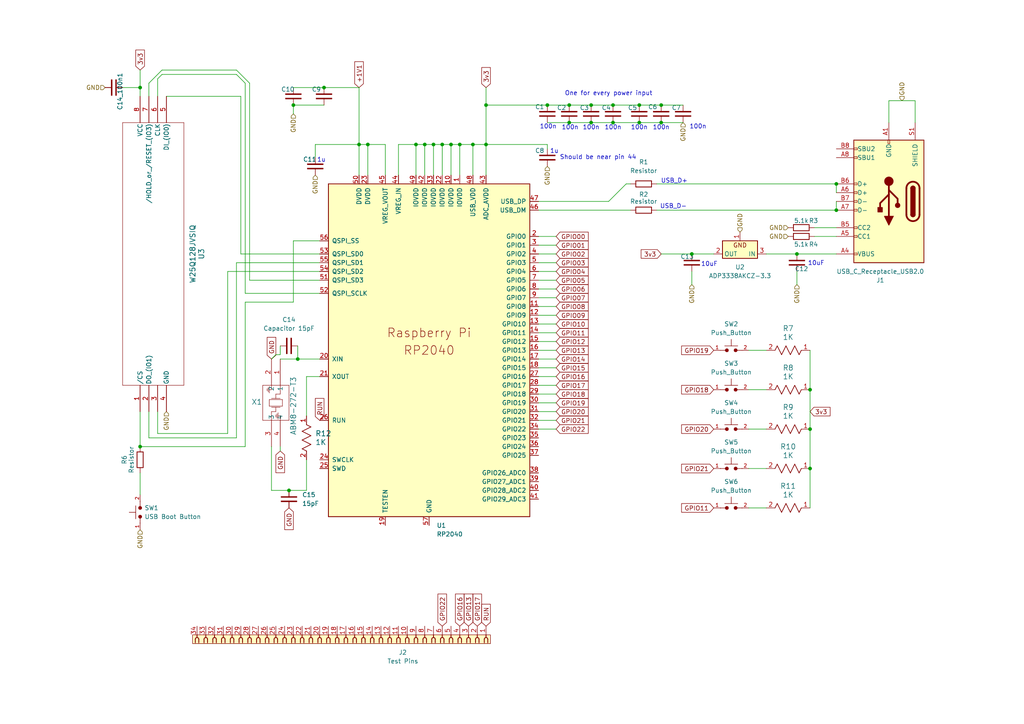
<source format=kicad_sch>
(kicad_sch (version 20231120) (generator "eeschema") (generator_version "8.0")
  (paper "A4")
  (lib_symbols
    (symbol "2024-11-17_08-49-35:W25Q128JVSIQ" (pin_names (offset 0.254))
      (property "Reference" "U" (at 45.72 10.16 0))
      (property "Value" "W25Q128JVSIQ" (at 45.72 7.62 0))
      (symbol "W25Q128JVSIQ_0_1"
        (pin unspecified line (at 0 0 0) (length 7.62) (name "/CS") (number "1"))
        (pin unspecified line (at 0 -2.54 0) (length 7.62) (name "DO_(IO1)") (number "2"))
        (pin unspecified line (at 0 -5.08 0) (length 7.62) (name "") (number "3"))
        (pin power_out line (at 0 -7.62 0) (length 7.62) (name "GND") (number "4"))
        (pin unspecified line (at 91.44 -7.62 180) (length 7.62) (name "DI_(IO0)") (number "5"))
        (pin unspecified line (at 91.44 -5.08 180) (length 7.62) (name "CLK") (number "6"))
        (pin unspecified line (at 91.44 -2.54 180) (length 7.62) (name "/HOLD_or_/RESET_(IO3)") (number "7"))
        (pin power_in line (at 91.44 0 180) (length 7.62) (name "VCC") (number "8"))
      )
    )
    (symbol "2024-11-18_05-34-54:ABM8-272-T3" (pin_names (offset 0.254))
      (property "Reference" "X" (at 12.7 7.62 0))
      (property "Value" "ABM8-272-T3" (at 12.7 5.08 0))
      (symbol "ABM8-272-T3_0_1"
        (pin unspecified line (at 0 0 0) (length 7.62) (name "1") (number "1"))
        (pin unspecified line (at 0 -2.54 0) (length 7.62) (name "2") (number "2"))
        (pin unspecified line (at 25.4 -2.54 180) (length 7.62) (name "3") (number "3"))
        (pin unspecified line (at 25.4 0 180) (length 7.62) (name "4") (number "4"))
      )
    )
    (symbol "Connector:USB_C_Receptacle_USB2.0" (pin_names (offset 1.016))
      (property "Reference" "J" (at -10.16 19.05 0))
      (property "Value" "USB_C_Receptacle_USB2.0" (at 19.05 19.05 0))
      (symbol "USB_C_Receptacle_USB2.0_1_1"
        (pin passive line (at 0 -22.86 90) (length 5.08) (name "GND") (number "A1"))
        (pin passive line (at 0 -22.86 90) (length 5.08) hide (name "GND") (number "A12"))
        (pin passive line (at 15.24 15.24 180) (length 5.08) (name "VBUS") (number "A4"))
        (pin bidirectional line (at 15.24 10.16 180) (length 5.08) (name "CC1") (number "A5"))
        (pin bidirectional line (at 15.24 -2.54 180) (length 5.08) (name "D+") (number "A6"))
        (pin bidirectional line (at 15.24 2.54 180) (length 5.08) (name "D-") (number "A7"))
        (pin bidirectional line (at 15.24 -12.7 180) (length 5.08) (name "SBU1") (number "A8"))
        (pin passive line (at 15.24 15.24 180) (length 5.08) hide (name "VBUS") (number "A9"))
        (pin passive line (at 0 -22.86 90) (length 5.08) hide (name "GND") (number "B1"))
        (pin passive line (at 0 -22.86 90) (length 5.08) hide (name "GND") (number "B12"))
        (pin passive line (at 15.24 15.24 180) (length 5.08) hide (name "VBUS") (number "B4"))
        (pin bidirectional line (at 15.24 7.62 180) (length 5.08) (name "CC2") (number "B5"))
        (pin bidirectional line (at 15.24 -5.08 180) (length 5.08) (name "D+") (number "B6"))
        (pin bidirectional line (at 15.24 0 180) (length 5.08) (name "D-") (number "B7"))
        (pin bidirectional line (at 15.24 -15.24 180) (length 5.08) (name "SBU2") (number "B8"))
        (pin passive line (at 15.24 15.24 180) (length 5.08) hide (name "VBUS") (number "B9"))
        (pin passive line (at -7.62 -22.86 90) (length 5.08) (name "SHIELD") (number "S1"))
      )
    )
    (symbol "ERJ-2RKF1001X 1k Resistor:ERJ-2RKF1001X" (pin_names (offset 0.254))
      (property "Reference" "R" (at 5.715 3.81 0))
      (property "Value" "ERJ-2RKF1001X" (at 6.35 -3.81 0))
      (symbol "ERJ-2RKF1001X_1_1"
        (pin unspecified line (at 12.7 0 180) (length 2.54) (name "") (number "1"))
        (pin unspecified line (at 0 0 0) (length 2.54) (name "") (number "2"))
      )
      (symbol "ERJ-2RKF1001X_1_2"
        (pin unspecified line (at 0 12.7 270) (length 2.54) (name "") (number "1"))
        (pin unspecified line (at 0 0 90) (length 2.54) (name "") (number "2"))
      )
    )
    (symbol "MCU_RaspberryPi_and_Boards:RP2040" (pin_names (offset 1.016))
      (property "Reference" "U" (at -29.21 49.53 0))
      (property "Value" "RP2040" (at 24.13 -49.53 0))
      (symbol "RP2040_0_0"
        (text "Raspberry Pi" (at 0 5.08 0) (effects (font (size 2.54 2.54))))
        (text "RP2040" (at 0 0 0) (effects (font (size 2.54 2.54))))
      )
      (symbol "RP2040_1_1"
        (pin power_in line (at 8.89 50.8 270) (length 2.54) (name "IOVDD") (number "1"))
        (pin power_in line (at 6.35 50.8 270) (length 2.54) (name "IOVDD") (number "10"))
        (pin bidirectional line (at 31.75 12.7 180) (length 2.54) (name "GPIO8") (number "11"))
        (pin bidirectional line (at 31.75 10.16 180) (length 2.54) (name "GPIO9") (number "12"))
        (pin bidirectional line (at 31.75 7.62 180) (length 2.54) (name "GPIO10") (number "13"))
        (pin bidirectional line (at 31.75 5.08 180) (length 2.54) (name "GPIO11") (number "14"))
        (pin bidirectional line (at 31.75 2.54 180) (length 2.54) (name "GPIO12") (number "15"))
        (pin bidirectional line (at 31.75 0 180) (length 2.54) (name "GPIO13") (number "16"))
        (pin bidirectional line (at 31.75 -2.54 180) (length 2.54) (name "GPIO14") (number "17"))
        (pin bidirectional line (at 31.75 -5.08 180) (length 2.54) (name "GPIO15") (number "18"))
        (pin passive line (at -12.7 -50.8 90) (length 2.54) (name "TESTEN") (number "19"))
        (pin bidirectional line (at 31.75 33.02 180) (length 2.54) (name "GPIO0") (number "2"))
        (pin input line (at -31.75 -2.54 0) (length 2.54) (name "XIN") (number "20"))
        (pin passive line (at -31.75 -7.62 0) (length 2.54) (name "XOUT") (number "21"))
        (pin power_in line (at 3.81 50.8 270) (length 2.54) (name "IOVDD") (number "22"))
        (pin power_in line (at -17.78 50.8 270) (length 2.54) (name "DVDD") (number "23"))
        (pin output line (at -31.75 -31.75 0) (length 2.54) (name "SWCLK") (number "24"))
        (pin bidirectional line (at -31.75 -34.29 0) (length 2.54) (name "SWD") (number "25"))
        (pin input line (at -31.75 -20.32 0) (length 2.54) (name "RUN") (number "26"))
        (pin bidirectional line (at 31.75 -7.62 180) (length 2.54) (name "GPIO16") (number "27"))
        (pin bidirectional line (at 31.75 -10.16 180) (length 2.54) (name "GPIO17") (number "28"))
        (pin bidirectional line (at 31.75 -12.7 180) (length 2.54) (name "GPIO18") (number "29"))
        (pin bidirectional line (at 31.75 30.48 180) (length 2.54) (name "GPIO1") (number "3"))
        (pin bidirectional line (at 31.75 -15.24 180) (length 2.54) (name "GPIO19") (number "30"))
        (pin bidirectional line (at 31.75 -17.78 180) (length 2.54) (name "GPIO20") (number "31"))
        (pin bidirectional line (at 31.75 -20.32 180) (length 2.54) (name "GPIO21") (number "32"))
        (pin power_in line (at 1.27 50.8 270) (length 2.54) (name "IOVDD") (number "33"))
        (pin bidirectional line (at 31.75 -22.86 180) (length 2.54) (name "GPIO22") (number "34"))
        (pin bidirectional line (at 31.75 -25.4 180) (length 2.54) (name "GPIO23") (number "35"))
        (pin bidirectional line (at 31.75 -27.94 180) (length 2.54) (name "GPIO24") (number "36"))
        (pin bidirectional line (at 31.75 -30.48 180) (length 2.54) (name "GPIO25") (number "37"))
        (pin bidirectional line (at 31.75 -35.56 180) (length 2.54) (name "GPIO26_ADC0") (number "38"))
        (pin bidirectional line (at 31.75 -38.1 180) (length 2.54) (name "GPIO27_ADC1") (number "39"))
        (pin bidirectional line (at 31.75 27.94 180) (length 2.54) (name "GPIO2") (number "4"))
        (pin bidirectional line (at 31.75 -40.64 180) (length 2.54) (name "GPIO28_ADC2") (number "40"))
        (pin bidirectional line (at 31.75 -43.18 180) (length 2.54) (name "GPIO29_ADC3") (number "41"))
        (pin power_in line (at -1.27 50.8 270) (length 2.54) (name "IOVDD") (number "42"))
        (pin power_in line (at 16.51 50.8 270) (length 2.54) (name "ADC_AVDD") (number "43"))
        (pin power_in line (at -8.89 50.8 270) (length 2.54) (name "VREG_IN") (number "44"))
        (pin power_out line (at -12.7 50.8 270) (length 2.54) (name "VREG_VOUT") (number "45"))
        (pin bidirectional line (at 31.75 40.64 180) (length 2.54) (name "USB_DM") (number "46"))
        (pin bidirectional line (at 31.75 43.18 180) (length 2.54) (name "USB_DP") (number "47"))
        (pin power_in line (at 12.7 50.8 270) (length 2.54) (name "USB_VDD") (number "48"))
        (pin power_in line (at -3.81 50.8 270) (length 2.54) (name "IOVDD") (number "49"))
        (pin bidirectional line (at 31.75 25.4 180) (length 2.54) (name "GPIO3") (number "5"))
        (pin power_in line (at -20.32 50.8 270) (length 2.54) (name "DVDD") (number "50"))
        (pin bidirectional line (at -31.75 20.32 0) (length 2.54) (name "QSPI_SD3") (number "51"))
        (pin output line (at -31.75 16.51 0) (length 2.54) (name "QSPI_SCLK") (number "52"))
        (pin bidirectional line (at -31.75 27.94 0) (length 2.54) (name "QSPI_SD0") (number "53"))
        (pin bidirectional line (at -31.75 22.86 0) (length 2.54) (name "QSPI_SD2") (number "54"))
        (pin bidirectional line (at -31.75 25.4 0) (length 2.54) (name "QSPI_SD1") (number "55"))
        (pin bidirectional line (at -31.75 31.75 0) (length 2.54) (name "QSPI_SS") (number "56"))
        (pin power_in line (at 0 -50.8 90) (length 2.54) (name "GND") (number "57"))
        (pin bidirectional line (at 31.75 22.86 180) (length 2.54) (name "GPIO4") (number "6"))
        (pin bidirectional line (at 31.75 20.32 180) (length 2.54) (name "GPIO5") (number "7"))
        (pin bidirectional line (at 31.75 17.78 180) (length 2.54) (name "GPIO6") (number "8"))
        (pin bidirectional line (at 31.75 15.24 180) (length 2.54) (name "GPIO7") (number "9"))
      )
    )
    (symbol "PCM_SL_Devices:Capacitor_NP"
      (property "Reference" "C" (at 0 6.35 0))
      (property "Value" "Capacitor_NP" (at 0 3.81 0))
      (symbol "Capacitor_NP_1_1"
        (pin passive line (at -2.54 0 0) (length 2) (name "~") (number "1"))
        (pin input line (at 2.54 0 180) (length 2) (name "~") (number "2"))
      )
    )
    (symbol "PCM_SL_Devices:Push_Button"
      (property "Reference" "SW" (at 0 6.35 0))
      (property "Value" "Push_Button" (at 0 4.445 0))
      (symbol "Push_Button_1_1"
        (pin passive line (at -5.08 0 0) (length 2) (name "") (number "1"))
        (pin passive line (at 5.08 0 180) (length 2) (name "") (number "2"))
      )
    )
    (symbol "PCM_SL_Devices:Push_Button_W12mm"
      (property "Reference" "SW" (at 0 6.35 0))
      (property "Value" "Push_Button_W12mm" (at 0 4.445 0))
      (symbol "Push_Button_W12mm_1_1"
        (pin passive line (at -5.08 0 0) (length 2) (name "") (number "1"))
        (pin passive line (at 5.08 0 180) (length 2) (name "") (number "2"))
      )
    )
    (symbol "PCM_SL_Pin_Headers:PINHD_1x20_Female"
      (property "Reference" "J2" (at 3.81 0 90))
      (property "Value" "Test Pins" (at 6.35 0 90))
      (symbol "PINHD_1x20_Female_1_1"
        (pin passive line (at -3.81 24.13 0) (length 2.54) (name "") (number "1"))
        (pin passive line (at -3.81 1.27 0) (length 2.54) (name "") (number "10"))
        (pin passive line (at -3.81 -1.27 0) (length 2.54) (name "") (number "11"))
        (pin passive line (at -3.81 -3.81 0) (length 2.54) (name "") (number "12"))
        (pin passive line (at -3.81 -6.35 0) (length 2.54) (name "") (number "13"))
        (pin passive line (at -3.81 -8.89 0) (length 2.54) (name "") (number "14"))
        (pin passive line (at -3.81 -11.43 0) (length 2.54) (name "") (number "15"))
        (pin passive line (at -3.81 -13.97 0) (length 2.54) (name "") (number "16"))
        (pin passive line (at -3.81 -16.51 0) (length 2.54) (name "") (number "17"))
        (pin passive line (at -3.81 -19.05 0) (length 2.54) (name "") (number "18"))
        (pin passive line (at -3.81 -21.59 0) (length 2.54) (name "") (number "19"))
        (pin passive line (at -3.81 21.59 0) (length 2.54) (name "") (number "2"))
        (pin passive line (at -3.81 -24.13 0) (length 2.54) (name "") (number "20"))
        (pin passive line (at -3.81 -26.67 0) (length 2.54) (name "") (number "21"))
        (pin passive line (at -3.81 -29.21 0) (length 2.54) (name "") (number "22"))
        (pin passive line (at -3.81 -31.75 0) (length 2.54) (name "") (number "23"))
        (pin passive line (at -3.81 -34.29 0) (length 2.54) (name "") (number "24"))
        (pin passive line (at -3.81 -36.83 0) (length 2.54) (name "") (number "25"))
        (pin passive line (at -3.81 -39.37 0) (length 2.54) (name "") (number "26"))
        (pin passive line (at -3.81 -41.91 0) (length 2.54) (name "") (number "27"))
        (pin passive line (at -3.81 -44.45 0) (length 2.54) (name "") (number "28"))
        (pin passive line (at -3.81 -46.99 0) (length 2.54) (name "") (number "29"))
        (pin passive line (at -3.81 19.05 0) (length 2.54) (name "") (number "3"))
        (pin passive line (at -3.81 -49.53 0) (length 2.54) (name "") (number "30"))
        (pin passive line (at -3.81 -52.07 0) (length 2.54) (name "") (number "31"))
        (pin passive line (at -3.81 -54.61 0) (length 2.54) (name "") (number "32"))
        (pin passive line (at -3.81 -57.15 0) (length 2.54) (name "") (number "33"))
        (pin passive line (at -3.81 -59.69 0) (length 2.54) (name "") (number "34"))
        (pin passive line (at -3.81 16.51 0) (length 2.54) (name "") (number "4"))
        (pin passive line (at -3.81 13.97 0) (length 2.54) (name "") (number "5"))
        (pin passive line (at -3.81 11.43 0) (length 2.54) (name "") (number "6"))
        (pin passive line (at -3.81 8.89 0) (length 2.54) (name "") (number "7"))
        (pin passive line (at -3.81 6.35 0) (length 2.54) (name "") (number "8"))
        (pin passive line (at -3.81 3.81 0) (length 2.54) (name "") (number "9"))
      )
    )
    (symbol "PCM_SL_Resistors:4.7k"
      (property "Reference" "R" (at 0 5.08 0))
      (property "Value" "4.7k" (at 0 2.54 0))
      (symbol "4.7k_1_1"
        (pin passive line (at -3.81 0 0) (length 1.5) (name "") (number "1"))
        (pin passive line (at 3.81 0 180) (length 1.5) (name "~") (number "2"))
      )
    )
    (symbol "PCM_SL_Resistors:Resistor"
      (property "Reference" "R" (at 0 5.08 0))
      (property "Value" "Resistor" (at 0 2.54 0))
      (symbol "Resistor_1_1"
        (pin passive line (at -3.81 0 0) (length 1.5) (name "") (number "1"))
        (pin passive line (at 3.81 0 180) (length 1.5) (name "~") (number "2"))
      )
    )
    (symbol "PCM_Voltage_Regulator_AKL:ADP3338AKCZ-3.3"
      (property "Reference" "U" (at 0 6.35 0))
      (property "Value" "ADP3338AKCZ-3.3" (at 0 3.81 0))
      (symbol "ADP3338AKCZ-3.3_0_0"
        (text "GND" (at 0 -2.54 0) (effects (font (size 1.27 1.27))))
      )
      (symbol "ADP3338AKCZ-3.3_1_1"
        (pin power_in line (at 0 -6.35 90) (length 2.54) (name "~") (number "1"))
        (pin power_out line (at 7.62 0 180) (length 2.54) (name "OUT") (number "2"))
        (pin power_in line (at -7.62 0 0) (length 2.54) (name "IN") (number "3"))
      )
    )
  )
  (junction (at 242.57 60.96))
  (junction (at 234.95 124.46))
  (junction (at 104.14 41.91))
  (junction (at 120.65 41.91))
  (junction (at 125.73 41.91))
  (junction (at 140.97 41.91))
  (junction (at 140.97 30.48))
  (junction (at 234.95 113.03))
  (junction (at 93.98 25.4))
  (junction (at 191.77 35.56))
  (junction (at 40.64 129.54))
  (junction (at 158.75 30.48))
  (junction (at 85.09 30.48))
  (junction (at 185.42 30.48))
  (junction (at 165.1 30.48))
  (junction (at 177.8 30.48))
  (junction (at 191.77 30.48))
  (junction (at 86.36 104.14))
  (junction (at 171.45 30.48))
  (junction (at 123.19 41.91))
  (junction (at 83.82 142.24))
  (junction (at 40.64 25.4))
  (junction (at 137.16 41.91))
  (junction (at 185.42 35.56))
  (junction (at 128.27 41.91))
  (junction (at 165.1 35.56))
  (junction (at 171.45 35.56))
  (junction (at 200.66 73.66))
  (junction (at 177.8 35.56))
  (junction (at 242.57 53.34))
  (junction (at 130.81 41.91))
  (junction (at 231.14 73.66))
  (junction (at 133.35 41.91))
  (junction (at 106.68 41.91))
  (junction (at 234.95 135.89))
  (wire (pts (xy 257.81 29.21) (xy 257.81 35.56)))
  (wire (pts (xy 40.64 20.32) (xy 40.64 25.4)))
  (wire (pts (xy 128.27 41.91) (xy 130.81 41.91)))
  (wire (pts (xy 83.82 142.24) (xy 88.9 142.24)))
  (wire (pts (xy 156.21 99.06) (xy 161.29 99.06)))
  (wire (pts (xy 78.74 142.24) (xy 83.82 142.24)))
  (wire (pts (xy 156.21 81.28) (xy 161.29 81.28)))
  (wire (pts (xy 40.64 129.54) (xy 71.12 129.54)))
  (wire (pts (xy 40.64 137.16) (xy 40.64 143.51)))
  (wire (pts (xy 35.56 25.4) (xy 40.64 25.4)))
  (wire (pts (xy 234.95 135.89) (xy 234.95 147.32)))
  (wire (pts (xy 156.21 101.6) (xy 161.29 101.6)))
  (wire (pts (xy 265.43 29.21) (xy 265.43 35.56)))
  (wire (pts (xy 156.21 116.84) (xy 161.29 116.84)))
  (wire (pts (xy 43.18 119.38) (xy 43.18 127)))
  (wire (pts (xy 86.36 100.33) (xy 86.36 104.14)))
  (wire (pts (xy 181.61 53.34) (xy 182.88 53.34)))
  (wire (pts (xy 45.72 22.86) (xy 46.99 21.59)))
  (wire (pts (xy 81.28 104.14) (xy 86.36 104.14)))
  (wire (pts (xy 158.75 41.91) (xy 158.75 43.18)))
  (wire (pts (xy 171.45 30.48) (xy 177.8 30.48)))
  (wire (pts (xy 140.97 30.48) (xy 158.75 30.48)))
  (wire (pts (xy 158.75 30.48) (xy 165.1 30.48)))
  (wire (pts (xy 130.81 41.91) (xy 130.81 50.8)))
  (wire (pts (xy 234.95 113.03) (xy 234.95 124.46)))
  (wire (pts (xy 158.75 35.56) (xy 165.1 35.56)))
  (wire (pts (xy 191.77 30.48) (xy 198.12 30.48)))
  (wire (pts (xy 165.1 30.48) (xy 171.45 30.48)))
  (wire (pts (xy 217.17 113.03) (xy 222.25 113.03)))
  (wire (pts (xy 217.17 124.46) (xy 222.25 124.46)))
  (wire (pts (xy 140.97 30.48) (xy 140.97 41.91)))
  (wire (pts (xy 156.21 111.76) (xy 161.29 111.76)))
  (wire (pts (xy 81.28 130.81) (xy 81.28 129.54)))
  (wire (pts (xy 128.27 41.91) (xy 128.27 50.8)))
  (wire (pts (xy 191.77 35.56) (xy 198.12 35.56)))
  (wire (pts (xy 200.66 73.66) (xy 207.01 73.66)))
  (wire (pts (xy 66.04 78.74) (xy 92.71 78.74)))
  (wire (pts (xy 40.64 25.4) (xy 40.64 27.94)))
  (wire (pts (xy 71.12 85.09) (xy 92.71 85.09)))
  (wire (pts (xy 45.72 119.38) (xy 45.72 125.73)))
  (wire (pts (xy 111.76 41.91) (xy 111.76 50.8)))
  (wire (pts (xy 156.21 124.46) (xy 161.29 124.46)))
  (wire (pts (xy 140.97 41.91) (xy 140.97 50.8)))
  (wire (pts (xy 156.21 106.68) (xy 161.29 106.68)))
  (wire (pts (xy 156.21 93.98) (xy 161.29 93.98)))
  (wire (pts (xy 104.14 41.91) (xy 104.14 50.8)))
  (wire (pts (xy 176.53 58.42) (xy 181.61 53.34)))
  (wire (pts (xy 191.77 73.66) (xy 200.66 73.66)))
  (wire (pts (xy 43.18 127) (xy 68.58 127)))
  (wire (pts (xy 231.14 78.74) (xy 231.14 82.55)))
  (wire (pts (xy 156.21 119.38) (xy 161.29 119.38)))
  (wire (pts (xy 46.99 20.32) (xy 68.58 20.32)))
  (wire (pts (xy 88.9 133.35) (xy 88.9 142.24)))
  (wire (pts (xy 140.97 41.91) (xy 158.75 41.91)))
  (wire (pts (xy 85.09 30.48) (xy 85.09 33.02)))
  (wire (pts (xy 78.74 129.54) (xy 78.74 142.24)))
  (wire (pts (xy 125.73 41.91) (xy 128.27 41.91)))
  (wire (pts (xy 43.18 24.13) (xy 46.99 20.32)))
  (wire (pts (xy 91.44 41.91) (xy 91.44 45.72)))
  (wire (pts (xy 85.09 30.48) (xy 93.98 30.48)))
  (wire (pts (xy 156.21 121.92) (xy 161.29 121.92)))
  (wire (pts (xy 93.98 25.4) (xy 104.14 25.4)))
  (wire (pts (xy 120.65 41.91) (xy 123.19 41.91)))
  (wire (pts (xy 88.9 109.22) (xy 88.9 120.65)))
  (wire (pts (xy 156.21 58.42) (xy 176.53 58.42)))
  (wire (pts (xy 156.21 88.9) (xy 161.29 88.9)))
  (wire (pts (xy 156.21 73.66) (xy 161.29 73.66)))
  (wire (pts (xy 88.9 109.22) (xy 92.71 109.22)))
  (wire (pts (xy 72.39 81.28) (xy 92.71 81.28)))
  (wire (pts (xy 156.21 68.58) (xy 161.29 68.58)))
  (wire (pts (xy 91.44 41.91) (xy 104.14 41.91)))
  (wire (pts (xy 156.21 109.22) (xy 161.29 109.22)))
  (wire (pts (xy 156.21 104.14) (xy 161.29 104.14)))
  (wire (pts (xy 156.21 91.44) (xy 161.29 91.44)))
  (wire (pts (xy 190.5 53.34) (xy 242.57 53.34)))
  (wire (pts (xy 68.58 21.59) (xy 71.12 24.13)))
  (wire (pts (xy 242.57 53.34) (xy 242.57 55.88)))
  (wire (pts (xy 137.16 41.91) (xy 137.16 50.8)))
  (wire (pts (xy 71.12 87.63) (xy 71.12 129.54)))
  (wire (pts (xy 156.21 114.3) (xy 161.29 114.3)))
  (wire (pts (xy 120.65 41.91) (xy 120.65 50.8)))
  (wire (pts (xy 115.57 41.91) (xy 120.65 41.91)))
  (wire (pts (xy 156.21 76.2) (xy 161.29 76.2)))
  (wire (pts (xy 217.17 147.32) (xy 222.25 147.32)))
  (wire (pts (xy 234.95 101.6) (xy 234.95 113.03)))
  (wire (pts (xy 68.58 76.2) (xy 92.71 76.2)))
  (wire (pts (xy 72.39 24.13) (xy 68.58 20.32)))
  (wire (pts (xy 200.66 78.74) (xy 200.66 82.55)))
  (wire (pts (xy 217.17 101.6) (xy 222.25 101.6)))
  (wire (pts (xy 125.73 41.91) (xy 125.73 50.8)))
  (wire (pts (xy 86.36 104.14) (xy 92.71 104.14)))
  (wire (pts (xy 66.04 78.74) (xy 66.04 125.73)))
  (wire (pts (xy 69.85 27.94) (xy 69.85 73.66)))
  (wire (pts (xy 123.19 41.91) (xy 123.19 50.8)))
  (wire (pts (xy 231.14 73.66) (xy 242.57 73.66)))
  (wire (pts (xy 85.09 25.4) (xy 93.98 25.4)))
  (wire (pts (xy 185.42 30.48) (xy 191.77 30.48)))
  (wire (pts (xy 156.21 60.96) (xy 182.88 60.96)))
  (wire (pts (xy 156.21 71.12) (xy 161.29 71.12)))
  (wire (pts (xy 177.8 35.56) (xy 185.42 35.56)))
  (wire (pts (xy 43.18 24.13) (xy 43.18 27.94)))
  (wire (pts (xy 130.81 41.91) (xy 133.35 41.91)))
  (wire (pts (xy 104.14 41.91) (xy 106.68 41.91)))
  (wire (pts (xy 81.28 102.87) (xy 80.01 102.87)))
  (wire (pts (xy 257.81 29.21) (xy 265.43 29.21)))
  (wire (pts (xy 45.72 27.94) (xy 45.72 22.86)))
  (wire (pts (xy 123.19 41.91) (xy 125.73 41.91)))
  (wire (pts (xy 104.14 25.4) (xy 104.14 41.91)))
  (wire (pts (xy 171.45 35.56) (xy 177.8 35.56)))
  (wire (pts (xy 133.35 41.91) (xy 137.16 41.91)))
  (wire (pts (xy 236.22 66.04) (xy 242.57 66.04)))
  (wire (pts (xy 165.1 35.56) (xy 171.45 35.56)))
  (wire (pts (xy 115.57 41.91) (xy 115.57 50.8)))
  (wire (pts (xy 71.12 24.13) (xy 71.12 85.09)))
  (wire (pts (xy 85.09 69.85) (xy 92.71 69.85)))
  (wire (pts (xy 156.21 86.36) (xy 161.29 86.36)))
  (wire (pts (xy 156.21 83.82) (xy 161.29 83.82)))
  (wire (pts (xy 177.8 30.48) (xy 185.42 30.48)))
  (wire (pts (xy 48.26 27.94) (xy 69.85 27.94)))
  (wire (pts (xy 236.22 68.58) (xy 242.57 68.58)))
  (wire (pts (xy 190.5 60.96) (xy 242.57 60.96)))
  (wire (pts (xy 106.68 41.91) (xy 111.76 41.91)))
  (wire (pts (xy 85.09 69.85) (xy 85.09 87.63)))
  (wire (pts (xy 45.72 125.73) (xy 66.04 125.73)))
  (wire (pts (xy 140.97 25.4) (xy 140.97 30.48)))
  (wire (pts (xy 222.25 73.66) (xy 231.14 73.66)))
  (wire (pts (xy 156.21 78.74) (xy 161.29 78.74)))
  (wire (pts (xy 161.29 96.52) (xy 156.21 96.52)))
  (wire (pts (xy 69.85 73.66) (xy 92.71 73.66)))
  (wire (pts (xy 40.64 119.38) (xy 40.64 129.54)))
  (wire (pts (xy 185.42 35.56) (xy 191.77 35.56)))
  (wire (pts (xy 137.16 41.91) (xy 140.97 41.91)))
  (wire (pts (xy 72.39 81.28) (xy 72.39 24.13)))
  (wire (pts (xy 80.01 102.87) (xy 78.74 104.14)))
  (wire (pts (xy 106.68 41.91) (xy 106.68 50.8)))
  (wire (pts (xy 81.28 100.33) (xy 81.28 102.87)))
  (wire (pts (xy 46.99 21.59) (xy 68.58 21.59)))
  (wire (pts (xy 234.95 124.46) (xy 234.95 135.89)))
  (wire (pts (xy 242.57 58.42) (xy 242.57 60.96)))
  (wire (pts (xy 68.58 76.2) (xy 68.58 127)))
  (wire (pts (xy 71.12 87.63) (xy 85.09 87.63)))
  (wire (pts (xy 133.35 41.91) (xy 133.35 50.8)))
  (wire (pts (xy 217.17 135.89) (xy 222.25 135.89)))
  (text "100n\n" (at 159.004 36.83 0) (effects (font (size 1.27 1.27))))
  (text "1u\n" (at 93.218 46.482 0) (effects (font (size 1.27 1.27))))
  (text "100n\n" (at 185.42 37.084 0) (effects (font (size 1.27 1.27))))
  (text "One for every power input\n" (at 176.53 27.178 0) (effects (font (size 1.27 1.27))))
  (text "100n\n" (at 177.8 37.084 0) (effects (font (size 1.27 1.27))))
  (text "Should be near pin 44\n" (at 173.482 45.72 0) (effects (font (size 1.27 1.27))))
  (text "100n\n" (at 171.45 37.084 0) (effects (font (size 1.27 1.27))))
  (text "10uF\n" (at 236.728 76.454 0) (effects (font (size 1.27 1.27))))
  (text "1u\n" (at 160.782 43.942 0) (effects (font (size 1.27 1.27))))
  (text "USB_D-\n" (at 195.326 59.944 0) (effects (font (size 1.27 1.27))))
  (text "100n\n" (at 202.438 36.83 0) (effects (font (size 1.27 1.27))))
  (text "100n\n" (at 191.77 37.084 0) (effects (font (size 1.27 1.27))))
  (text "10uF\n" (at 205.74 76.708 0) (effects (font (size 1.27 1.27))))
  (text "100n\n" (at 165.354 37.084 0) (effects (font (size 1.27 1.27))))
  (text "USB_D+\n" (at 195.58 52.578 0) (effects (font (size 1.27 1.27))))
  (global_label "3v3" (shape input) (at 140.97 25.4 90) (property "Intersheetrefs" "${INTERSHEET_REFS}" (effects (hide yes))))
  (global_label "GND" (shape input) (at 78.74 104.14 90) (property "Intersheetrefs" "${INTERSHEET_REFS}" (effects (hide yes))))
  (global_label "GPIO08" (shape input) (at 161.29 88.9 0) (property "Intersheetrefs" "${INTERSHEET_REFS}" (effects (hide yes))))
  (global_label "GND" (shape input) (at 83.82 147.32 270) (property "Intersheetrefs" "${INTERSHEET_REFS}" (effects (hide yes))))
  (global_label "GPIO20" (shape input) (at 161.29 119.38 0) (property "Intersheetrefs" "${INTERSHEET_REFS}" (effects (hide yes))))
  (global_label "GPIO00" (shape input) (at 161.29 68.58 0) (property "Intersheetrefs" "${INTERSHEET_REFS}" (effects (hide yes))))
  (global_label "GPIO01" (shape input) (at 161.29 71.12 0) (property "Intersheetrefs" "${INTERSHEET_REFS}" (effects (hide yes))))
  (global_label "GPIO13" (shape input) (at 161.29 101.6 0) (property "Intersheetrefs" "${INTERSHEET_REFS}" (effects (hide yes))))
  (global_label "GPIO02" (shape input) (at 161.29 73.66 0) (property "Intersheetrefs" "${INTERSHEET_REFS}" (effects (hide yes))))
  (global_label "GPIO09" (shape input) (at 161.29 91.44 0) (property "Intersheetrefs" "${INTERSHEET_REFS}" (effects (hide yes))))
  (global_label "GPIO18" (shape input) (at 207.01 113.03 180) (property "Intersheetrefs" "${INTERSHEET_REFS}" (effects (hide yes))))
  (global_label "RUN" (shape input) (at 92.71 121.92 90) (property "Intersheetrefs" "${INTERSHEET_REFS}" (effects (hide yes))))
  (global_label "GPIO16" (shape input) (at 161.29 109.22 0) (property "Intersheetrefs" "${INTERSHEET_REFS}" (effects (hide yes))))
  (global_label "GPIO22" (shape input) (at 128.27 181.61 90) (property "Intersheetrefs" "${INTERSHEET_REFS}" (effects (hide yes))))
  (global_label "3v3" (shape input) (at 234.95 119.38 0) (property "Intersheetrefs" "${INTERSHEET_REFS}" (effects (hide yes))))
  (global_label "GPIO14" (shape input) (at 161.29 104.14 0) (property "Intersheetrefs" "${INTERSHEET_REFS}" (effects (hide yes))))
  (global_label "GPIO10" (shape input) (at 161.29 93.98 0) (property "Intersheetrefs" "${INTERSHEET_REFS}" (effects (hide yes))))
  (global_label "GPIO11" (shape input) (at 161.29 96.52 0) (property "Intersheetrefs" "${INTERSHEET_REFS}" (effects (hide yes))))
  (global_label "GPIO03" (shape input) (at 161.29 76.2 0) (property "Intersheetrefs" "${INTERSHEET_REFS}" (effects (hide yes))))
  (global_label "GPIO17" (shape input) (at 161.29 111.76 0) (property "Intersheetrefs" "${INTERSHEET_REFS}" (effects (hide yes))))
  (global_label "GPIO16" (shape input) (at 133.35 181.61 90) (property "Intersheetrefs" "${INTERSHEET_REFS}" (effects (hide yes))))
  (global_label "GPIO17" (shape input) (at 138.43 181.61 90) (property "Intersheetrefs" "${INTERSHEET_REFS}" (effects (hide yes))))
  (global_label "GPIO04" (shape input) (at 161.29 78.74 0) (property "Intersheetrefs" "${INTERSHEET_REFS}" (effects (hide yes))))
  (global_label "GPIO19" (shape input) (at 161.29 116.84 0) (property "Intersheetrefs" "${INTERSHEET_REFS}" (effects (hide yes))))
  (global_label "3v3" (shape input) (at 40.64 20.32 90) (property "Intersheetrefs" "${INTERSHEET_REFS}" (effects (hide yes))))
  (global_label "GPIO21" (shape input) (at 207.01 135.89 180) (property "Intersheetrefs" "${INTERSHEET_REFS}" (effects (hide yes))))
  (global_label "RUN" (shape input) (at 140.97 181.61 90) (property "Intersheetrefs" "${INTERSHEET_REFS}" (effects (hide yes))))
  (global_label "GPIO07" (shape input) (at 161.29 86.36 0) (property "Intersheetrefs" "${INTERSHEET_REFS}" (effects (hide yes))))
  (global_label "GND" (shape input) (at 81.28 130.81 270) (property "Intersheetrefs" "${INTERSHEET_REFS}" (effects (hide yes))))
  (global_label "GPIO22" (shape input) (at 161.29 124.46 0) (property "Intersheetrefs" "${INTERSHEET_REFS}" (effects (hide yes))))
  (global_label "+1V1" (shape input) (at 104.14 25.4 90) (property "Intersheetrefs" "${INTERSHEET_REFS}" (effects (hide yes))))
  (global_label "GPIO21" (shape input) (at 161.29 121.92 0) (property "Intersheetrefs" "${INTERSHEET_REFS}" (effects (hide yes))))
  (global_label "GPIO11" (shape input) (at 207.01 147.32 180) (property "Intersheetrefs" "${INTERSHEET_REFS}" (effects (hide yes))))
  (global_label "3v3" (shape input) (at 191.77 73.66 180) (property "Intersheetrefs" "${INTERSHEET_REFS}" (effects (hide yes))))
  (global_label "GPIO12" (shape input) (at 161.29 99.06 0) (property "Intersheetrefs" "${INTERSHEET_REFS}" (effects (hide yes))))
  (global_label "GPIO13" (shape input) (at 135.89 181.61 90) (property "Intersheetrefs" "${INTERSHEET_REFS}" (effects (hide yes))))
  (global_label "GPIO15" (shape input) (at 161.29 106.68 0) (property "Intersheetrefs" "${INTERSHEET_REFS}" (effects (hide yes))))
  (global_label "GPIO05" (shape input) (at 161.29 81.28 0) (property "Intersheetrefs" "${INTERSHEET_REFS}" (effects (hide yes))))
  (global_label "GPIO06" (shape input) (at 161.29 83.82 0) (property "Intersheetrefs" "${INTERSHEET_REFS}" (effects (hide yes))))
  (global_label "GPIO20" (shape input) (at 207.01 124.46 180) (property "Intersheetrefs" "${INTERSHEET_REFS}" (effects (hide yes))))
  (global_label "GPIO18" (shape input) (at 161.29 114.3 0) (property "Intersheetrefs" "${INTERSHEET_REFS}" (effects (hide yes))))
  (global_label "GPIO19" (shape input) (at 207.01 101.6 180) (property "Intersheetrefs" "${INTERSHEET_REFS}" (effects (hide yes))))
  (hierarchical_label "GND" (shape input) (at 261.62 29.21 90))
  (hierarchical_label "GND" (shape input) (at 30.48 25.4 180))
  (hierarchical_label "GND" (shape input) (at 91.44 50.8 270))
  (hierarchical_label "GND" (shape input) (at 200.66 82.55 270))
  (hierarchical_label "GND" (shape input) (at 214.63 67.31 90))
  (hierarchical_label "GND" (shape input) (at 228.6 66.04 180))
  (hierarchical_label "GND" (shape input) (at 48.26 119.38 270))
  (hierarchical_label "GND" (shape input) (at 198.12 35.56 270))
  (hierarchical_label "GND" (shape input) (at 158.75 48.26 270))
  (hierarchical_label "GND" (shape input) (at 231.14 82.55 270))
  (hierarchical_label "GND" (shape input) (at 228.6 68.58 180))
  (hierarchical_label "GND" (shape input) (at 40.64 153.67 270))
  (hierarchical_label "GND" (shape input) (at 85.09 33.02 270))
  (symbol (lib_id "PCM_SL_Devices:Capacitor_NP") (at 200.66 76.2 90) (unit 1)
    (property "Reference" "C13" (at 197.358 74.422 90) (effects (justify right)))
    (property "Value" "Capacitor_NP" (effects (hide yes)))
    (property "Footprint" "Capacitor_SMD:C_0603_1608Metric" (effects (hide yes)))
    (property "Description" "Unpolarized Capacitor" (effects (hide yes)))
  )
  (symbol (lib_id "PCM_SL_Resistors:4.7k") (at 232.41 68.58 0) (unit 1)
    (property "Reference" "R4" (at 235.966 70.866 0))
    (property "Value" "5.1k" (at 232.41 70.866 0))
    (property "Footprint" "Resistor_SMD:R_0201_0603Metric" (effects (hide yes)))
    (property "Description" "4.7kΩ, 1/4W Resistor" (effects (hide yes)))
  )
  (symbol (lib_id "PCM_SL_Resistors:Resistor") (at 186.69 53.34 0) (unit 1)
    (property "Reference" "R1" (at 186.69 46.99 0))
    (property "Value" "Resistor" (at 186.69 49.53 0))
    (property "Footprint" "Resistor_SMD:R_0201_0603Metric" (effects (hide yes)))
    (property "Description" "1/4W Resistor" (effects (hide yes)))
  )
  (symbol (lib_id "ERJ-2RKF1001X 1k Resistor:ERJ-2RKF1001X") (at 88.9 133.35 90) (unit 1)
    (property "Reference" "R12" (at 91.44 125.7299 90) (effects (font (size 1.524 1.524)) (justify right)))
    (property "Value" "1K" (at 91.44 128.2699 90) (effects (font (size 1.524 1.524)) (justify right)))
    (property "Footprint" "1K Resistor:RC0402N_PAN" (effects (hide yes)))
    (property "Datasheet" "https://industrial.panasonic.com/cdbs/www-data/pdf/RDA0000/AOA0000C304.pdf" (effects (hide yes)))
  )
  (symbol (lib_id "2024-11-17_08-49-35:W25Q128JVSIQ") (at 40.64 119.38 90) (unit 1)
    (property "Reference" "U3" (at 58.42 73.66 0) (effects (font (size 1.524 1.524))))
    (property "Value" "W25Q128JVSIQ" (at 55.88 73.66 0) (effects (font (size 1.524 1.524))))
    (property "Footprint" "Package_SO:SOIC-8-1EP_3.9x4.9mm_P1.27mm_EP2.29x3mm" (effects (hide yes)))
    (property "Datasheet" "W25Q128JVSIQ" (effects (hide yes)))
  )
  (symbol (lib_id "ERJ-2RKF1001X 1k Resistor:ERJ-2RKF1001X") (at 222.25 135.89 0) (unit 1)
    (property "Reference" "R10" (at 228.6 129.54 0) (effects (font (size 1.524 1.524))))
    (property "Value" "1K" (at 228.6 132.08 0) (effects (font (size 1.524 1.524))))
    (property "Footprint" "1K Resistor:RC0402N_PAN" (effects (hide yes)))
    (property "Datasheet" "https://industrial.panasonic.com/cdbs/www-data/pdf/RDA0000/AOA0000C304.pdf" (effects (hide yes)))
  )
  (symbol (lib_id "PCM_SL_Devices:Capacitor_NP") (at 33.02 25.4 0) (unit 1)
    (property "Reference" "C14_100n1" (at 34.798 21.082 90) (effects (justify right)))
    (property "Value" "Capacitor_NP" (effects (hide yes)))
    (property "Footprint" "Capacitor_SMD:C_0603_1608Metric" (effects (hide yes)))
    (property "Description" "Unpolarized Capacitor" (effects (hide yes)))
  )
  (symbol (lib_id "PCM_SL_Resistors:Resistor") (at 40.64 133.35 90) (unit 1)
    (property "Reference" "R6" (at 36.068 133.35 0))
    (property "Value" "Resistor" (at 38.1 133.35 0))
    (property "Footprint" "Resistor_SMD:R_0201_0603Metric" (effects (hide yes)))
    (property "Description" "1/4W Resistor" (effects (hide yes)))
  )
  (symbol (lib_id "PCM_SL_Devices:Capacitor_NP") (at 231.14 76.2 270) (unit 1)
    (property "Reference" "C12" (at 234.442 77.978 90) (effects (justify right)))
    (property "Value" "Capacitor_NP" (effects (hide yes)))
    (property "Footprint" "Capacitor_SMD:C_0603_1608Metric" (effects (hide yes)))
    (property "Description" "Unpolarized Capacitor" (effects (hide yes)))
  )
  (symbol (lib_id "PCM_SL_Devices:Push_Button_W12mm") (at 40.64 148.59 90) (unit 1)
    (property "Reference" "SW1" (at 41.91 147.3199 90) (effects (justify right)))
    (property "Value" "USB Boot Button" (at 41.91 149.8599 90) (effects (justify right)))
    (property "Footprint" "Push Button:SW4_1825910-B_TEC" (effects (hide yes)))
    (property "Datasheet" "https://www.te.com/usa-en/product-1825910-6.datasheet.pdf" (effects (hide yes)))
    (property "Description" "Common 12mmx12mm Push Button" (effects (hide yes)))
  )
  (symbol (lib_id "PCM_SL_Devices:Capacitor_NP") (at 198.12 33.02 90) (unit 1)
    (property "Reference" "C7" (at 194.818 31.242 90) (effects (justify right)))
    (property "Value" "Capacitor_NP" (effects (hide yes)))
    (property "Footprint" "Capacitor_SMD:C_0603_1608Metric" (effects (hide yes)))
    (property "Description" "Unpolarized Capacitor" (effects (hide yes)))
  )
  (symbol (lib_id "PCM_SL_Devices:Capacitor_NP") (at 83.82 100.33 0) (unit 1)
    (property "Reference" "C14" (at 83.82 92.71 0))
    (property "Value" "Capacitor 15pF" (at 83.82 95.25 0))
    (property "Footprint" "Capacitor_SMD:C_0603_1608Metric" (effects (hide yes)))
    (property "Description" "Unpolarized Capacitor" (effects (hide yes)))
  )
  (symbol (lib_id "PCM_SL_Pin_Headers:PINHD_1x20_Female") (at 116.84 185.42 270) (unit 1)
    (property "Reference" "J2" (at 116.84 189.23 90))
    (property "Value" "Test Pins" (at 116.84 191.77 90))
    (property "Footprint" "Connector_PinHeader_1.00mm:PinHeader_2x22_P1.00mm_Vertical" (effects (hide yes)))
    (property "Description" "Pin Header female with pin space 2.54mm. Pin Count - 20" (effects (hide yes)))
  )
  (symbol (lib_id "PCM_SL_Devices:Push_Button") (at 212.09 101.6 0) (unit 1)
    (property "Reference" "SW2" (at 212.09 93.98 0))
    (property "Value" "Push_Button" (at 212.09 96.52 0))
    (property "Footprint" "Button_Switch_Keyboard:SW_Cherry_MX_1.00u_PCB" (effects (hide yes)))
    (property "Description" "Common 6mmx6mm Push Button" (effects (hide yes)))
  )
  (symbol (lib_id "PCM_SL_Devices:Push_Button") (at 212.09 135.89 0) (unit 1)
    (property "Reference" "SW5" (at 212.09 128.27 0))
    (property "Value" "Push_Button" (at 212.09 130.81 0))
    (property "Footprint" "Button_Switch_Keyboard:SW_Cherry_MX_1.00u_PCB" (effects (hide yes)))
    (property "Description" "Common 6mmx6mm Push Button" (effects (hide yes)))
  )
  (symbol (lib_id "PCM_SL_Devices:Capacitor_NP") (at 158.75 45.72 90) (unit 1)
    (property "Reference" "C8" (at 155.194 43.688 90) (effects (justify right)))
    (property "Value" "Capacitor_NP" (effects (hide yes)))
    (property "Footprint" "Capacitor_SMD:C_0603_1608Metric" (effects (hide yes)))
    (property "Description" "Unpolarized Capacitor" (effects (hide yes)))
  )
  (symbol (lib_id "ERJ-2RKF1001X 1k Resistor:ERJ-2RKF1001X") (at 222.25 147.32 0) (unit 1)
    (property "Reference" "R11" (at 228.6 140.97 0) (effects (font (size 1.524 1.524))))
    (property "Value" "1K" (at 228.6 143.51 0) (effects (font (size 1.524 1.524))))
    (property "Footprint" "1K Resistor:RC0402N_PAN" (effects (hide yes)))
    (property "Datasheet" "https://industrial.panasonic.com/cdbs/www-data/pdf/RDA0000/AOA0000C304.pdf" (effects (hide yes)))
  )
  (symbol (lib_id "PCM_SL_Devices:Capacitor_NP") (at 171.45 33.02 90) (unit 1)
    (property "Reference" "C3" (at 168.148 31.242 90) (effects (justify right)))
    (property "Value" "Capacitor_NP" (effects (hide yes)))
    (property "Footprint" "Capacitor_SMD:C_0603_1608Metric" (effects (hide yes)))
    (property "Description" "Unpolarized Capacitor" (effects (hide yes)))
  )
  (symbol (lib_id "PCM_SL_Resistors:Resistor") (at 186.69 60.96 0) (unit 1)
    (property "Reference" "R2" (at 186.69 56.388 0))
    (property "Value" "Resistor" (at 186.69 58.42 0))
    (property "Footprint" "Resistor_SMD:R_0201_0603Metric" (effects (hide yes)))
    (property "Description" "1/4W Resistor" (effects (hide yes)))
  )
  (symbol (lib_id "PCM_SL_Devices:Capacitor_NP") (at 83.82 144.78 90) (unit 1)
    (property "Reference" "C15" (at 87.63 143.5099 90) (effects (justify right)))
    (property "Value" "15pF" (at 87.63 146.0499 90) (effects (justify right)))
    (property "Footprint" "Capacitor_SMD:C_0603_1608Metric" (effects (hide yes)))
    (property "Description" "Unpolarized Capacitor" (effects (hide yes)))
  )
  (symbol (lib_id "ERJ-2RKF1001X 1k Resistor:ERJ-2RKF1001X") (at 222.25 113.03 0) (unit 1)
    (property "Reference" "R8" (at 228.6 106.68 0) (effects (font (size 1.524 1.524))))
    (property "Value" "1K" (at 228.6 109.22 0) (effects (font (size 1.524 1.524))))
    (property "Footprint" "1K Resistor:RC0402N_PAN" (effects (hide yes)))
    (property "Datasheet" "https://industrial.panasonic.com/cdbs/www-data/pdf/RDA0000/AOA0000C304.pdf" (effects (hide yes)))
  )
  (symbol (lib_id "PCM_SL_Devices:Capacitor_NP") (at 191.77 33.02 90) (unit 1)
    (property "Reference" "C6" (at 187.96 30.988 90) (effects (justify right)))
    (property "Value" "Capacitor_NP" (effects (hide yes)))
    (property "Footprint" "Capacitor_SMD:C_0603_1608Metric" (effects (hide yes)))
    (property "Description" "Unpolarized Capacitor" (effects (hide yes)))
  )
  (symbol (lib_id "PCM_SL_Devices:Capacitor_NP") (at 158.75 33.02 90) (unit 1)
    (property "Reference" "C1" (at 155.194 30.988 90) (effects (justify right)))
    (property "Value" "Capacitor_NP" (effects (hide yes)))
    (property "Footprint" "Capacitor_SMD:C_0603_1608Metric" (effects (hide yes)))
    (property "Description" "Unpolarized Capacitor" (effects (hide yes)))
  )
  (symbol (lib_id "PCM_SL_Devices:Capacitor_NP") (at 91.44 48.26 90) (unit 1)
    (property "Reference" "C11" (at 87.884 46.228 90) (effects (justify right)))
    (property "Value" "Capacitor_NP" (effects (hide yes)))
    (property "Footprint" "Capacitor_SMD:C_0603_1608Metric" (effects (hide yes)))
    (property "Description" "Unpolarized Capacitor" (effects (hide yes)))
  )
  (symbol (lib_id "PCM_SL_Devices:Push_Button") (at 212.09 147.32 0) (unit 1)
    (property "Reference" "SW6" (at 212.09 139.7 0))
    (property "Value" "Push_Button" (at 212.09 142.24 0))
    (property "Footprint" "Button_Switch_Keyboard:SW_Cherry_MX_1.00u_PCB" (effects (hide yes)))
    (property "Description" "Common 6mmx6mm Push Button" (effects (hide yes)))
  )
  (symbol (lib_id "PCM_SL_Devices:Push_Button") (at 212.09 124.46 0) (unit 1)
    (property "Reference" "SW4" (at 212.09 116.84 0))
    (property "Value" "Push_Button" (at 212.09 119.38 0))
    (property "Footprint" "Button_Switch_Keyboard:SW_Cherry_MX_1.00u_PCB" (effects (hide yes)))
    (property "Description" "Common 6mmx6mm Push Button" (effects (hide yes)))
  )
  (symbol (lib_id "PCM_SL_Devices:Capacitor_NP") (at 93.98 27.94 90) (unit 1)
    (property "Reference" "C9" (at 90.424 25.908 90) (effects (justify right)))
    (property "Value" "Capacitor_NP" (effects (hide yes)))
    (property "Footprint" "Capacitor_SMD:C_0603_1608Metric" (effects (hide yes)))
    (property "Description" "Unpolarized Capacitor" (effects (hide yes)))
  )
  (symbol (lib_id "2024-11-18_05-34-54:ABM8-272-T3") (at 81.28 104.14 270) (unit 1)
    (property "Reference" "X1" (at 72.898 116.586 90) (effects (font (size 1.524 1.524)) (justify left)))
    (property "Value" "ABM8-272-T3" (at 85.09 109.22 0) (effects (font (size 1.524 1.524)) (justify left)))
    (property "Footprint" "footprints:ABM8-272-T3_ABR" (effects (hide yes)))
    (property "Datasheet" "https://abracon.com/datasheets/ABM8-272-T3.pdf" (effects (hide yes)))
  )
  (symbol (lib_id "MCU_RaspberryPi_and_Boards:RP2040") (at 124.46 101.6 0) (unit 1)
    (property "Reference" "U1" (at 126.6541 152.4 0) (effects (justify left)))
    (property "Value" "RP2040" (at 126.6541 154.94 0) (effects (justify left)))
    (property "Footprint" "MCU_RaspberryPi_and_Boards:RP2040-QFN-56" (effects (hide yes)))
  )
  (symbol (lib_id "PCM_SL_Devices:Capacitor_NP") (at 165.1 33.02 90) (unit 1)
    (property "Reference" "C2" (at 161.544 31.242 90) (effects (justify right)))
    (property "Value" "Capacitor_NP" (effects (hide yes)))
    (property "Footprint" "Capacitor_SMD:C_0603_1608Metric" (effects (hide yes)))
    (property "Description" "Unpolarized Capacitor" (effects (hide yes)))
  )
  (symbol (lib_id "Connector:USB_C_Receptacle_USB2.0") (at 257.81 58.42 180) (unit 1)
    (property "Reference" "J1" (at 255.3335 81.28 0))
    (property "Value" "USB_C_Receptacle_USB2.0" (at 255.3335 78.74 0))
    (property "Footprint" "Connector_USB:USB_C_Receptacle_G-Switch_GT-USB-7010ASV" (effects (hide yes)))
    (property "Datasheet" "https://www.usb.org/sites/default/files/documents/usb_type-c.zip" (effects (hide yes)))
    (property "LCSC" "C165948" (effects (hide yes)))
  )
  (symbol (lib_id "PCM_SL_Devices:Capacitor_NP") (at 177.8 33.02 90) (unit 1)
    (property "Reference" "C4" (at 174.498 31.242 90) (effects (justify right)))
    (property "Value" "Capacitor_NP" (effects (hide yes)))
    (property "Footprint" "Capacitor_SMD:C_0603_1608Metric" (effects (hide yes)))
    (property "Description" "Unpolarized Capacitor" (effects (hide yes)))
  )
  (symbol (lib_id "PCM_SL_Resistors:4.7k") (at 232.41 66.04 0) (unit 1)
    (property "Reference" "R3" (at 235.966 64.008 0))
    (property "Value" "5.1k" (at 232.41 64.008 0))
    (property "Footprint" "Resistor_SMD:R_0201_0603Metric" (effects (hide yes)))
    (property "Description" "4.7kΩ, 1/4W Resistor" (effects (hide yes)))
  )
  (symbol (lib_id "ERJ-2RKF1001X 1k Resistor:ERJ-2RKF1001X") (at 222.25 124.46 0) (unit 1)
    (property "Reference" "R9" (at 228.6 118.11 0) (effects (font (size 1.524 1.524))))
    (property "Value" "1K" (at 228.6 120.65 0) (effects (font (size 1.524 1.524))))
    (property "Footprint" "1K Resistor:RC0402N_PAN" (effects (hide yes)))
    (property "Datasheet" "https://industrial.panasonic.com/cdbs/www-data/pdf/RDA0000/AOA0000C304.pdf" (effects (hide yes)))
  )
  (symbol (lib_id "PCM_SL_Devices:Capacitor_NP") (at 185.42 33.02 90) (unit 1)
    (property "Reference" "C5" (at 182.118 31.242 90) (effects (justify right)))
    (property "Value" "Capacitor_NP" (effects (hide yes)))
    (property "Footprint" "Capacitor_SMD:C_0603_1608Metric" (effects (hide yes)))
    (property "Description" "Unpolarized Capacitor" (effects (hide yes)))
  )
  (symbol (lib_id "PCM_Voltage_Regulator_AKL:ADP3338AKCZ-3.3") (at 214.63 73.66 180) (unit 1)
    (property "Reference" "U2" (at 214.63 77.47 0))
    (property "Value" "ADP3338AKCZ-3.3" (at 214.63 80.01 0))
    (property "Footprint" "PCM_4ms_Package_SOT:SOT89-3" (effects (hide yes)))
    (property "Datasheet" "https://www.analog.com/media/en/technical-documentation/data-sheets/adp3338.pdf" (effects (hide yes)))
    (property "Description" "SOT-223 3.3V, 1A, low dropout voltage regulator, Alternate KiCad Library" (effects (hide yes)))
  )
  (symbol (lib_id "PCM_SL_Devices:Capacitor_NP") (at 85.09 27.94 90) (unit 1)
    (property "Reference" "C10" (at 81.534 25.908 90) (effects (justify right)))
    (property "Value" "Capacitor_NP" (effects (hide yes)))
    (property "Footprint" "Capacitor_SMD:C_0603_1608Metric" (effects (hide yes)))
    (property "Description" "Unpolarized Capacitor" (effects (hide yes)))
  )
  (symbol (lib_id "PCM_SL_Devices:Push_Button") (at 212.09 113.03 0) (unit 1)
    (property "Reference" "SW3" (at 212.09 105.41 0))
    (property "Value" "Push_Button" (at 212.09 107.95 0))
    (property "Footprint" "Button_Switch_Keyboard:SW_Cherry_MX_1.00u_PCB" (effects (hide yes)))
    (property "Description" "Common 6mmx6mm Push Button" (effects (hide yes)))
  )
  (symbol (lib_id "ERJ-2RKF1001X 1k Resistor:ERJ-2RKF1001X") (at 222.25 101.6 0) (unit 1)
    (property "Reference" "R7" (at 228.6 95.25 0) (effects (font (size 1.524 1.524))))
    (property "Value" "1K" (at 228.6 97.79 0) (effects (font (size 1.524 1.524))))
    (property "Footprint" "1K Resistor:RC0402N_PAN" (effects (hide yes)))
    (property "Datasheet" "https://industrial.panasonic.com/cdbs/www-data/pdf/RDA0000/AOA0000C304.pdf" (effects (hide yes)))
  )
)
</source>
